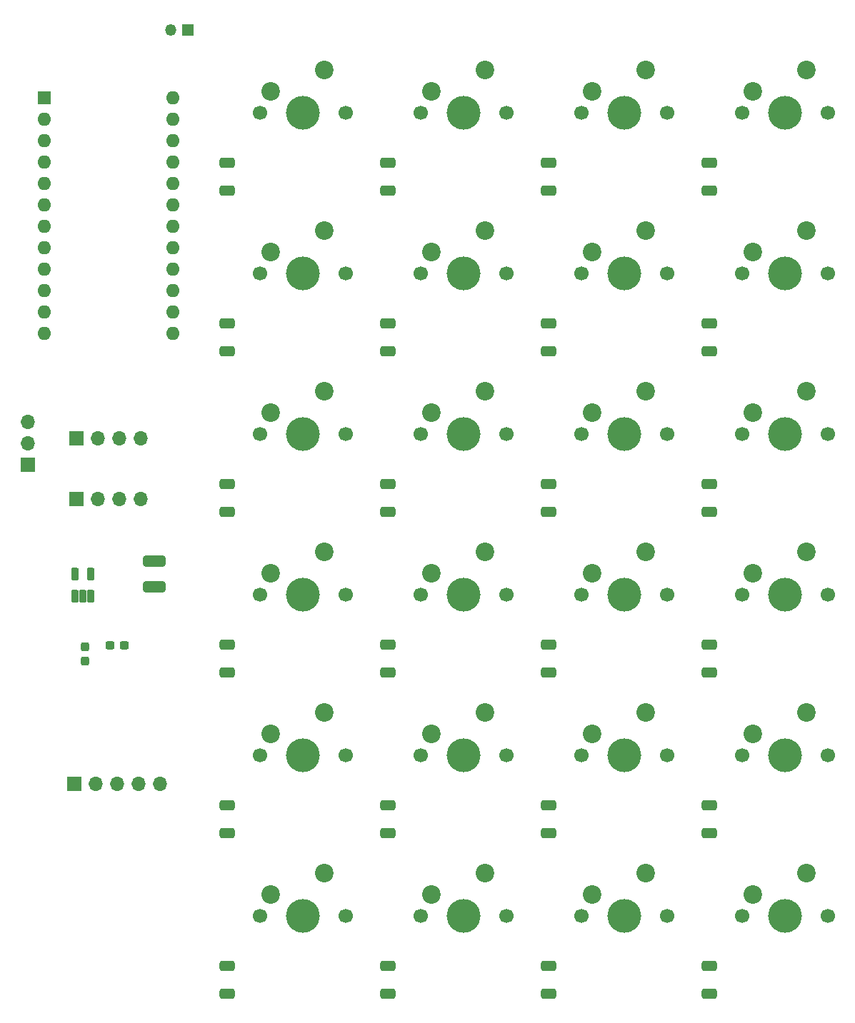
<source format=gbr>
%TF.GenerationSoftware,KiCad,Pcbnew,8.0.2*%
%TF.CreationDate,2024-06-24T21:48:59-04:00*%
%TF.ProjectId,MacroPad,4d616372-6f50-4616-942e-6b696361645f,rev?*%
%TF.SameCoordinates,Original*%
%TF.FileFunction,Soldermask,Top*%
%TF.FilePolarity,Negative*%
%FSLAX46Y46*%
G04 Gerber Fmt 4.6, Leading zero omitted, Abs format (unit mm)*
G04 Created by KiCad (PCBNEW 8.0.2) date 2024-06-24 21:48:59*
%MOMM*%
%LPD*%
G01*
G04 APERTURE LIST*
G04 Aperture macros list*
%AMRoundRect*
0 Rectangle with rounded corners*
0 $1 Rounding radius*
0 $2 $3 $4 $5 $6 $7 $8 $9 X,Y pos of 4 corners*
0 Add a 4 corners polygon primitive as box body*
4,1,4,$2,$3,$4,$5,$6,$7,$8,$9,$2,$3,0*
0 Add four circle primitives for the rounded corners*
1,1,$1+$1,$2,$3*
1,1,$1+$1,$4,$5*
1,1,$1+$1,$6,$7*
1,1,$1+$1,$8,$9*
0 Add four rect primitives between the rounded corners*
20,1,$1+$1,$2,$3,$4,$5,0*
20,1,$1+$1,$4,$5,$6,$7,0*
20,1,$1+$1,$6,$7,$8,$9,0*
20,1,$1+$1,$8,$9,$2,$3,0*%
G04 Aperture macros list end*
%ADD10RoundRect,0.237500X0.300000X0.237500X-0.300000X0.237500X-0.300000X-0.237500X0.300000X-0.237500X0*%
%ADD11RoundRect,0.237500X0.237500X-0.300000X0.237500X0.300000X-0.237500X0.300000X-0.237500X-0.300000X0*%
%ADD12RoundRect,0.300000X0.600000X-0.300000X0.600000X0.300000X-0.600000X0.300000X-0.600000X-0.300000X0*%
%ADD13C,1.700000*%
%ADD14C,4.000000*%
%ADD15C,2.200000*%
%ADD16R,1.700000X1.700000*%
%ADD17O,1.700000X1.700000*%
%ADD18RoundRect,0.102000X0.279400X-0.635000X0.279400X0.635000X-0.279400X0.635000X-0.279400X-0.635000X0*%
%ADD19R,1.350000X1.350000*%
%ADD20O,1.350000X1.350000*%
%ADD21RoundRect,0.250000X-1.075000X0.400000X-1.075000X-0.400000X1.075000X-0.400000X1.075000X0.400000X0*%
%ADD22R,1.600000X1.600000*%
%ADD23O,1.600000X1.600000*%
G04 APERTURE END LIST*
D10*
%TO.C,C2*%
X92000000Y-116500000D03*
X90275000Y-116500000D03*
%TD*%
D11*
%TO.C,C1*%
X87275000Y-118362500D03*
X87275000Y-116637500D03*
%TD*%
D12*
%TO.C,D23*%
X142225000Y-157762500D03*
X142225000Y-154462500D03*
%TD*%
D13*
%TO.C,SW21*%
X108020000Y-148560000D03*
D14*
X113100000Y-148560000D03*
D13*
X118180000Y-148560000D03*
D15*
X115640000Y-143480000D03*
X109290000Y-146020000D03*
%TD*%
D13*
%TO.C,SW4*%
X165170000Y-53310000D03*
D14*
X170250000Y-53310000D03*
D13*
X175330000Y-53310000D03*
D15*
X172790000Y-48230000D03*
X166440000Y-50770000D03*
%TD*%
D13*
%TO.C,SW10*%
X127070000Y-91410000D03*
D14*
X132150000Y-91410000D03*
D13*
X137230000Y-91410000D03*
D15*
X134690000Y-86330000D03*
X128340000Y-88870000D03*
%TD*%
D13*
%TO.C,SW7*%
X146120000Y-72360000D03*
D14*
X151200000Y-72360000D03*
D13*
X156280000Y-72360000D03*
D15*
X153740000Y-67280000D03*
X147390000Y-69820000D03*
%TD*%
D13*
%TO.C,SW9*%
X108020000Y-91410000D03*
D14*
X113100000Y-91410000D03*
D13*
X118180000Y-91410000D03*
D15*
X115640000Y-86330000D03*
X109290000Y-88870000D03*
%TD*%
D16*
%TO.C,SW25*%
X80500000Y-95080000D03*
D17*
X80500000Y-92540000D03*
X80500000Y-90000000D03*
%TD*%
D13*
%TO.C,SW23*%
X146120000Y-148560000D03*
D14*
X151200000Y-148560000D03*
D13*
X156280000Y-148560000D03*
D15*
X153740000Y-143480000D03*
X147390000Y-146020000D03*
%TD*%
D16*
%TO.C,SW0*%
X86075000Y-132885000D03*
D17*
X88615000Y-132885000D03*
X91155000Y-132885000D03*
X93695000Y-132885000D03*
X96235000Y-132885000D03*
%TD*%
D12*
%TO.C,D24*%
X161275000Y-157762500D03*
X161275000Y-154462500D03*
%TD*%
%TO.C,D15*%
X142225000Y-119662500D03*
X142225000Y-116362500D03*
%TD*%
%TO.C,D5*%
X104125000Y-81562500D03*
X104125000Y-78262500D03*
%TD*%
%TO.C,D10*%
X123175000Y-100612500D03*
X123175000Y-97312500D03*
%TD*%
%TO.C,D3*%
X142225000Y-62512500D03*
X142225000Y-59212500D03*
%TD*%
D13*
%TO.C,SW17*%
X108020000Y-129510000D03*
D14*
X113100000Y-129510000D03*
D13*
X118180000Y-129510000D03*
D15*
X115640000Y-124430000D03*
X109290000Y-126970000D03*
%TD*%
D13*
%TO.C,SW15*%
X146120000Y-110460000D03*
D14*
X151200000Y-110460000D03*
D13*
X156280000Y-110460000D03*
D15*
X153740000Y-105380000D03*
X147390000Y-107920000D03*
%TD*%
D12*
%TO.C,D22*%
X123175000Y-157762500D03*
X123175000Y-154462500D03*
%TD*%
D13*
%TO.C,SW20*%
X165170000Y-129510000D03*
D14*
X170250000Y-129510000D03*
D13*
X175330000Y-129510000D03*
D15*
X172790000Y-124430000D03*
X166440000Y-126970000D03*
%TD*%
D18*
%TO.C,U4*%
X86120400Y-110590800D03*
X87060200Y-110590800D03*
X88000000Y-110590800D03*
X88000000Y-108000000D03*
X86120400Y-108000000D03*
%TD*%
D13*
%TO.C,SW12*%
X165170000Y-91410000D03*
D14*
X170250000Y-91410000D03*
D13*
X175330000Y-91410000D03*
D15*
X172790000Y-86330000D03*
X166440000Y-88870000D03*
%TD*%
D12*
%TO.C,D6*%
X123175000Y-81562500D03*
X123175000Y-78262500D03*
%TD*%
%TO.C,D9*%
X104125000Y-100612500D03*
X104125000Y-97312500D03*
%TD*%
D13*
%TO.C,SW1*%
X108020000Y-53310000D03*
D14*
X113100000Y-53310000D03*
D13*
X118180000Y-53310000D03*
D15*
X115640000Y-48230000D03*
X109290000Y-50770000D03*
%TD*%
D12*
%TO.C,D21*%
X104125000Y-157762500D03*
X104125000Y-154462500D03*
%TD*%
%TO.C,D8*%
X161275000Y-81562500D03*
X161275000Y-78262500D03*
%TD*%
D13*
%TO.C,SW6*%
X127070000Y-72360000D03*
D14*
X132150000Y-72360000D03*
D13*
X137230000Y-72360000D03*
D15*
X134690000Y-67280000D03*
X128340000Y-69820000D03*
%TD*%
D12*
%TO.C,D16*%
X161275000Y-119662500D03*
X161275000Y-116362500D03*
%TD*%
%TO.C,D7*%
X142225000Y-81562500D03*
X142225000Y-78262500D03*
%TD*%
D13*
%TO.C,SW8*%
X165170000Y-72360000D03*
D14*
X170250000Y-72360000D03*
D13*
X175330000Y-72360000D03*
D15*
X172790000Y-67280000D03*
X166440000Y-69820000D03*
%TD*%
D12*
%TO.C,D11*%
X142225000Y-100612500D03*
X142225000Y-97312500D03*
%TD*%
D13*
%TO.C,SW14*%
X127070000Y-110460000D03*
D14*
X132150000Y-110460000D03*
D13*
X137230000Y-110460000D03*
D15*
X134690000Y-105380000D03*
X128340000Y-107920000D03*
%TD*%
D12*
%TO.C,D20*%
X161275000Y-138712500D03*
X161275000Y-135412500D03*
%TD*%
%TO.C,D2*%
X123175000Y-62512500D03*
X123175000Y-59212500D03*
%TD*%
D13*
%TO.C,SW16*%
X165170000Y-110460000D03*
D14*
X170250000Y-110460000D03*
D13*
X175330000Y-110460000D03*
D15*
X172790000Y-105380000D03*
X166440000Y-107920000D03*
%TD*%
D13*
%TO.C,SW18*%
X127070000Y-129510000D03*
D14*
X132150000Y-129510000D03*
D13*
X137230000Y-129510000D03*
D15*
X134690000Y-124430000D03*
X128340000Y-126970000D03*
%TD*%
D13*
%TO.C,SW19*%
X146120000Y-129510000D03*
D14*
X151200000Y-129510000D03*
D13*
X156280000Y-129510000D03*
D15*
X153740000Y-124430000D03*
X147390000Y-126970000D03*
%TD*%
D12*
%TO.C,D17*%
X104125000Y-138712500D03*
X104125000Y-135412500D03*
%TD*%
%TO.C,D14*%
X123175000Y-119662500D03*
X123175000Y-116362500D03*
%TD*%
%TO.C,D18*%
X123175000Y-138712500D03*
X123175000Y-135412500D03*
%TD*%
%TO.C,D1*%
X104125000Y-62512500D03*
X104125000Y-59212500D03*
%TD*%
D13*
%TO.C,SW13*%
X108020000Y-110460000D03*
D14*
X113100000Y-110460000D03*
D13*
X118180000Y-110460000D03*
D15*
X115640000Y-105380000D03*
X109290000Y-107920000D03*
%TD*%
D13*
%TO.C,SW22*%
X127070000Y-148560000D03*
D14*
X132150000Y-148560000D03*
D13*
X137230000Y-148560000D03*
D15*
X134690000Y-143480000D03*
X128340000Y-146020000D03*
%TD*%
D19*
%TO.C,BT1*%
X99500000Y-43500000D03*
D20*
X97500000Y-43500000D03*
%TD*%
D13*
%TO.C,SW11*%
X146120000Y-91410000D03*
D14*
X151200000Y-91410000D03*
D13*
X156280000Y-91410000D03*
D15*
X153740000Y-86330000D03*
X147390000Y-88870000D03*
%TD*%
D16*
%TO.C,U1*%
X86305000Y-91885000D03*
D17*
X91385000Y-91885000D03*
X93925000Y-91885000D03*
X88845000Y-91885000D03*
%TD*%
D12*
%TO.C,D19*%
X142225000Y-138712500D03*
X142225000Y-135412500D03*
%TD*%
D13*
%TO.C,SW5*%
X108020000Y-72360000D03*
D14*
X113100000Y-72360000D03*
D13*
X118180000Y-72360000D03*
D15*
X115640000Y-67280000D03*
X109290000Y-69820000D03*
%TD*%
D13*
%TO.C,SW2*%
X127070000Y-53310000D03*
D14*
X132150000Y-53310000D03*
D13*
X137230000Y-53310000D03*
D15*
X134690000Y-48230000D03*
X128340000Y-50770000D03*
%TD*%
D12*
%TO.C,D4*%
X161275000Y-62512500D03*
X161275000Y-59212500D03*
%TD*%
%TO.C,D13*%
X104125000Y-119662500D03*
X104125000Y-116362500D03*
%TD*%
D13*
%TO.C,SW24*%
X165170000Y-148560000D03*
D14*
X170250000Y-148560000D03*
D13*
X175330000Y-148560000D03*
D15*
X172790000Y-143480000D03*
X166440000Y-146020000D03*
%TD*%
D21*
%TO.C,R2*%
X95500000Y-106450000D03*
X95500000Y-109550000D03*
%TD*%
D12*
%TO.C,D12*%
X161275000Y-100612500D03*
X161275000Y-97312500D03*
%TD*%
D13*
%TO.C,SW3*%
X146120000Y-53310000D03*
D14*
X151200000Y-53310000D03*
D13*
X156280000Y-53310000D03*
D15*
X153740000Y-48230000D03*
X147390000Y-50770000D03*
%TD*%
D22*
%TO.C,U2*%
X82500000Y-51500000D03*
D23*
X82500000Y-54040000D03*
X82500000Y-56580000D03*
X82500000Y-59120000D03*
X82500000Y-61660000D03*
X82500000Y-64200000D03*
X82500000Y-66740000D03*
X82500000Y-69280000D03*
X82500000Y-71820000D03*
X82500000Y-74360000D03*
X82500000Y-76900000D03*
X82500000Y-79440000D03*
X97740000Y-79440000D03*
X97740000Y-76900000D03*
X97740000Y-74360000D03*
X97740000Y-71820000D03*
X97740000Y-69280000D03*
X97740000Y-66740000D03*
X97740000Y-64200000D03*
X97740000Y-61660000D03*
X97740000Y-59120000D03*
X97740000Y-56580000D03*
X97740000Y-54040000D03*
X97740000Y-51500000D03*
%TD*%
D16*
%TO.C,U3*%
X86305000Y-99115000D03*
D17*
X91385000Y-99115000D03*
X93925000Y-99115000D03*
X88845000Y-99115000D03*
%TD*%
M02*

</source>
